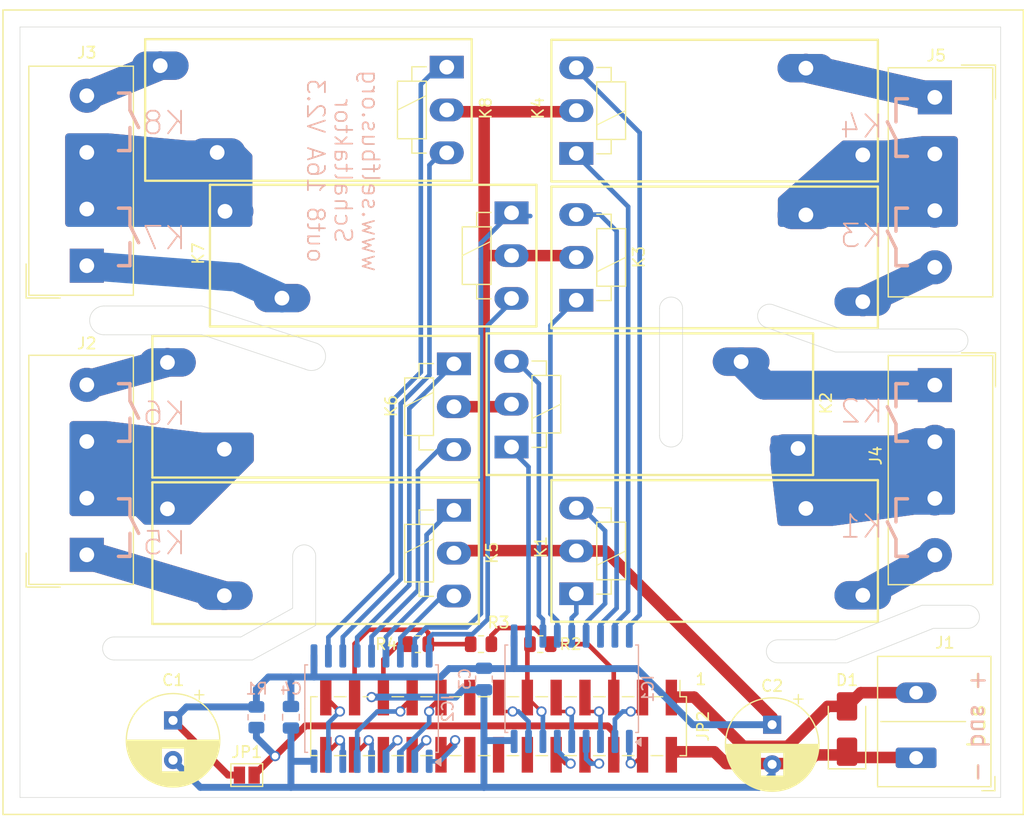
<source format=kicad_pcb>
(kicad_pcb (version 20240108) (generator "pcbnew") (generator_version "8.0")
  (layers (0 "F.Cu" signal) (31 "B.Cu" signal) (34 "B.Paste" user) (35 "F.Paste" user) (36 "B.SilkS" user "B.Silkscreen") (37 "F.SilkS" user "F.Silkscreen") (38 "B.Mask" user) (39 "F.Mask" user) (44 "Edge.Cuts" user))
  (net 0 "")
  (net 1 "GND")
  (net 2 "VDD")
  (net 3 "/O5")
  (net 4 "/O6")
  (net 5 "/O8")
  (net 6 "/O2")
  (net 7 "/O1")
  (net 8 "/O7")
  (net 9 "/O3")
  (net 10 "/O4")
  (net 11 "/IO4")
  (net 12 "/IO3")
  (net 13 "/IO7")
  (net 14 "/IO1")
  (net 15 "/IO2")
  (net 16 "/IO8")
  (net 17 "/IO6")
  (net 18 "/IO5")
  (net 19 "/O13")
  (net 20 "/O14")
  (net 21 "/O16")
  (net 22 "/O15")
  (net 23 "/O9")
  (net 24 "/O10")
  (net 25 "/O11")
  (net 26 "/O12")
  (net 27 "/IO12")
  (net 28 "/IO11")
  (net 29 "/IO10")
  (net 30 "/IO9")
  (net 31 "/IO15")
  (net 32 "/IO16")
  (net 33 "/IO14")
  (net 34 "/IO13")
  (net 35 "/APP_SEL")
  (net 36 "/EIB_DC")
  (net 37 "/+3V3")
  (net 38 "VBUS")
  (net 43 "Net-(J2-Pin_1)")
  (net 44 "Net-(J2-Pin_2)")
  (net 45 "Net-(J2-Pin_4)")
  (net 46 "Net-(J3-Pin_2)")
  (net 47 "Net-(J3-Pin_4)")
  (net 48 "Net-(J3-Pin_1)")
  (net 49 "Net-(J4-Pin_2)")
  (net 50 "Net-(J4-Pin_4)")
  (net 51 "Net-(J4-Pin_1)")
  (net 52 "Net-(J5-Pin_1)")
  (net 53 "Net-(J5-Pin_4)")
  (net 54 "Net-(J5-Pin_2)")
  (footprint "selfbus:HFE20-1-L2" (layer "F.Cu") (at 147.955 107.696)
    (property "Reference" "K2")
    (property "Value" "HFE20-1-024-1HD504")
  )
  (footprint "Capacitor_THT:CP_Radial_D8.0mm_P3.50mm" (layer "F.Cu") (at 118.0986 131.826 -90)
    (property "Reference" "C1")
    (property "Value" "330µF/35V")
  )
  (footprint "Resistor_SMD:R_0805_2012Metric" (layer "F.Cu") (at 139.7 125.095)
    (property "Reference" "R4")
    (property "Value" "33k")
  )
  (footprint "TerminalBlock_Altech:Altech_AK100_1x04_P5.00mm" (layer "F.Cu") (at 110.49 117.21 90)
    (property "Reference" "J2")
    (property "Value" "Conn_01x04_Socket")
  )
  (footprint "Jumper:SolderJumper-2_P1.3mm_Open_Pad1.0x1.5mm" (layer "F.Cu") (at 124.602 136.652 180)
    (property "Reference" "JP1")
    (property "Value" "USE_12V_RELAIS")
  )
  (footprint "TerminalBlock_Altech:Altech_AK100_1x04_P5.00mm" (layer "F.Cu") (at 110.49 91.694 90)
    (property "Reference" "J3")
    (property "Value" "Conn_01x04_Socket")
  )
  (footprint "selfbus:HFE20-1-L2" (layer "F.Cu") (at 147.955 87.025 180)
    (property "Reference" "K7")
    (property "Value" "HFE20-1-024-1HD504")
  )
  (footprint "Resistor_SMD:R_0805_2012Metric" (layer "F.Cu") (at 150.495 125.095)
    (property "Reference" "R2")
    (property "Value" "3k3")
  )
  (footprint "selfbus:HFE20-1-L2" (layer "F.Cu") (at 142.875 113.284 180)
    (property "Reference" "K5")
    (property "Value" "HFE20-1-024-1HD504")
  )
  (footprint "selfbus:HFE20-1-L2" (layer "F.Cu") (at 153.67 120.65)
    (property "Reference" "K1")
    (property "Value" "HFE20-1-024-1HD504")
  )
  (footprint "selfbus:W243-211_1x02_P5.75" (layer "F.Cu") (at 183.642 135.128 90)
    (property "Reference" "J1")
    (property "Value" "Screw_Terminal_01x02")
  )
  (footprint "TerminalBlock_Altech:Altech_AK100_1x04_P5.00mm" (layer "F.Cu") (at 185.293 102.235 -90)
    (property "Reference" "J4")
    (property "Value" "Conn_01x04_Socket")
  )
  (footprint "TerminalBlock_Altech:Altech_AK100_1x04_P5.00mm" (layer "F.Cu") (at 185.293 76.835 -90)
    (property "Reference" "J5")
    (property "Value" "Conn_01x04_Socket")
  )
  (footprint "selfbus:HUT_CNMB_4" (layer "F.Cu") (at 103.0986 69.1261 -90)
    (property "Reference" "U$1" (hide yes))
    (property "Value" "")
    (fp_line (start 1.5 -1.5) (end 69.5 -1.5) (stroke (width 0.05)) (layer "Edge.Cuts"))
    (fp_line (start 69.5 -1.5) (end 69.5 -88) (stroke (width 0.05)) (layer "Edge.Cuts"))
    (fp_line (start 1.5 -88) (end 1.5 -1.5) (stroke (width 0.05)) (layer "Edge.Cuts"))
    (fp_line (start 69.5 -88) (end 1.5 -88) (stroke (width 0.05)) (layer "Edge.Cuts"))
  )
  (footprint "Diode_SMD:D_SMA" (layer "F.Cu") (at 177.546 132.588 90)
    (property "Reference" "D1")
    (property "Value" "SMAJ40CA")
  )
  (footprint "selfbus:HFE20-1-L2" (layer "F.Cu") (at 142.875 100.36 180)
    (property "Reference" "K6")
    (property "Value" "HFE20-1-024-1HD504")
  )
  (footprint "selfbus:HFE20-1-L2" (layer "F.Cu") (at 142.24 74.168 180)
    (property "Reference" "K8")
    (property "Value" "HFE20-1-024-1HD504")
  )
  (footprint "Resistor_SMD:R_0805_2012Metric" (layer "F.Cu") (at 145.2626 125.095)
    (property "Reference" "R3")
    (property "Value" "33k")
  )
  (footprint "selfbus:HFE20-1-L2" (layer "F.Cu") (at 153.67 81.788)
    (property "Reference" "K4")
    (property "Value" "HFE20-1-024-1HD504")
  )
  (footprint "Connector_PinHeader_2.54mm:PinHeader_2x13_P2.54mm_Vertical_SMD" (layer "F.Cu") (at 146.812 132.334 -90)
    (property "Reference" "JP2")
    (property "Value" "Conn_App")
  )
  (footprint "selfbus:HFE20-1-L2" (layer "F.Cu") (at 153.67 94.742)
    (property "Reference" "K3")
    (property "Value" "HFE20-1-024-1HD504")
  )
  (footprint "Capacitor_THT:CP_Radial_D8.0mm_P3.50mm" (layer "F.Cu") (at 170.942 132.205349 -90)
    (property "Reference" "C2")
    (property "Value" "330µF/35V")
  )
  (footprint "Capacitor_SMD:C_0805_2012Metric" (layer "B.Cu") (at 145.5216 128.1736 -90)
    (property "Reference" "C3")
    (property "Value" "100n")
  )
  (footprint "Package_SO:SOIC-18W_7.5x11.6mm_P1.27mm" (layer "B.Cu") (at 135.6106 130.7846 90)
    (property "Reference" "IC2")
    (property "Value" "ULN2803A")
  )
  (footprint "Package_SO:SOIC-18W_7.5x11.6mm_P1.27mm" (layer "B.Cu") (at 153.2636 129.032 90)
    (property "Reference" "IC1")
    (property "Value" "ULN2803A")
  )
  (footprint "Resistor_SMD:R_0805_2012Metric" (layer "B.Cu") (at 125.4506 131.5466 90)
    (property "Reference" "R1")
    (property "Value" "680")
  )
  (footprint "Capacitor_SMD:C_0805_2012Metric" (layer "B.Cu") (at 128.4986 131.5466 -90)
    (property "Reference" "C4")
    (property "Value" "100n")
  )
  (gr_line (start 181.864 80.518) (end 181.102 78.994) (stroke (width 0.3048)) (layer "B.SilkS"))
  (gr_line (start 114.3 79.502) (end 114.3 81.534) (stroke (width 0.3048)) (layer "B.SilkS"))
  (gr_line (start 181.864 86.614) (end 182.88 86.614) (stroke (width 0.3048)) (layer "B.SilkS"))
  (gr_line (start 181.864 78.994) (end 181.864 76.962) (stroke (width 0.3048)) (layer "B.SilkS"))
  (gr_line (start 113.284 86.614) (end 114.3 86.614) (stroke (width 0.3048)) (layer "B.SilkS"))
  (gr_line (start 114.3 88.138) (end 115.062 89.662) (stroke (width 0.3048)) (layer "B.SilkS"))
  (gr_line (start 182.88 91.694) (end 181.864 91.694) (stroke (width 0.3048)) (layer "B.SilkS"))
  (gr_line (start 114.3 89.662) (end 114.3 91.694) (stroke (width 0.3048)) (layer "B.SilkS"))
  (gr_line (start 114.3 86.614) (end 114.3 88.138) (stroke (width 0.3048)) (layer "B.SilkS"))
  (gr_line (start 113.284 112.268) (end 114.3 112.268) (stroke (width 0.3048)) (layer "B.SilkS"))
  (gr_line (start 181.864 107.188) (end 181.864 105.664) (stroke (width 0.3048)) (layer "B.SilkS"))
  (gr_line (start 114.3 115.316) (end 114.3 117.348) (stroke (width 0.3048)) (layer "B.SilkS"))
  (gr_line (start 114.3 112.268) (end 114.3 113.792) (stroke (width 0.3048)) (layer "B.SilkS"))
  (gr_line (start 114.3 102.108) (end 114.3 103.632) (stroke (width 0.3048)) (layer "B.SilkS"))
  (gr_line (start 181.864 105.664) (end 181.102 104.14) (stroke (width 0.3048)) (layer "B.SilkS"))
  (gr_line (start 114.3 113.792) (end 115.062 115.316) (stroke (width 0.3048)) (layer "B.SilkS"))
  (gr_line (start 113.284 102.108) (end 114.3 102.108) (stroke (width 0.3048)) (layer "B.SilkS"))
  (gr_line (start 181.864 82.042) (end 181.864 80.518) (stroke (width 0.3048)) (layer "B.SilkS"))
  (gr_line (start 181.864 88.646) (end 181.864 86.614) (stroke (width 0.3048)) (layer "B.SilkS"))
  (gr_line (start 181.864 114.3) (end 181.864 112.268) (stroke (width 0.3048)) (layer "B.SilkS"))
  (gr_line (start 181.864 91.694) (end 181.864 90.17) (stroke (width 0.3048)) (layer "B.SilkS"))
  (gr_line (start 181.864 112.268) (end 182.88 112.268) (stroke (width 0.3048)) (layer "B.SilkS"))
  (gr_line (start 114.3 76.454) (end 114.3 77.978) (stroke (width 0.3048)) (layer "B.SilkS"))
  (gr_line (start 182.88 117.348) (end 181.864 117.348) (stroke (width 0.3048)) (layer "B.SilkS"))
  (gr_line (start 114.3 107.188) (end 113.284 107.188) (stroke (width 0.3048)) (layer "B.SilkS"))
  (gr_line (start 114.3 91.694) (end 113.284 91.694) (stroke (width 0.3048)) (layer "B.SilkS"))
  (gr_line (start 114.3 117.348) (end 113.284 117.348) (stroke (width 0.3048)) (layer "B.SilkS"))
  (gr_line (start 182.88 107.188) (end 181.864 107.188) (stroke (width 0.3048)) (layer "B.SilkS"))
  (gr_line (start 181.864 104.14) (end 181.864 102.108) (stroke (width 0.3048)) (layer "B.SilkS"))
  (gr_line (start 114.3 77.978) (end 115.062 79.502) (stroke (width 0.3048)) (layer "B.SilkS"))
  (gr_line (start 113.284 76.454) (end 114.3 76.454) (stroke (width 0.3048)) (layer "B.SilkS"))
  (gr_line (start 114.3 103.632) (end 115.062 105.156) (stroke (width 0.3048)) (layer "B.SilkS"))
  (gr_line (start 114.3 81.534) (end 113.284 81.534) (stroke (width 0.3048)) (layer "B.SilkS"))
  (gr_line (start 114.3 105.156) (end 114.3 107.188) (stroke (width 0.3048)) (layer "B.SilkS"))
  (gr_line (start 181.864 76.962) (end 182.88 76.962) (stroke (width 0.3048)) (layer "B.SilkS"))
  (gr_line (start 181.864 90.17) (end 181.102 88.646) (stroke (width 0.3048)) (layer "B.SilkS"))
  (gr_line (start 181.864 102.108) (end 182.88 102.108) (stroke (width 0.3048)) (layer "B.SilkS"))
  (gr_line (start 182.88 82.042) (end 181.864 82.042) (stroke (width 0.3048)) (layer "B.SilkS"))
  (gr_line (start 181.864 115.824) (end 181.102 114.3) (stroke (width 0.3048)) (layer "B.SilkS"))
  (gr_line (start 181.864 117.348) (end 181.864 115.824) (stroke (width 0.3048)) (layer "B.SilkS"))
  (gr_line (start 129.794 100.838) (end 120.65 97.79) (stroke (width 0.05)) (layer "Edge.Cuts"))
  (gr_line (start 171.45 126.746) (end 177.546 126.746) (stroke (width 0.05)) (layer "Edge.Cuts"))
  (gr_line (start 177.546 126.746) (end 185.166 123.698) (stroke (width 0.05)) (layer "Edge.Cuts"))
  (gr_line (start 176.53 99.314) (end 170.4594 97.155) (stroke (width 0.05)) (layer "Edge.Cuts"))
  (gr_arc (start 171.45 126.746) (mid 170.434 125.73) (end 171.45 124.714) (stroke (width 0.05)) (layer "Edge.Cuts"))
  (gr_line (start 184.15 121.666) (end 176.53 124.714) (stroke (width 0.05)) (layer "Edge.Cuts"))
  (gr_line (start 120.65 97.79) (end 112.014 97.79) (stroke (width 0.05)) (layer "Edge.Cuts"))
  (gr_arc (start 112.014 97.79) (mid 110.744 96.52) (end 112.014 95.25) (stroke (width 0.05)) (layer "Edge.Cuts"))
  (gr_line (start 128.651 121.92) (end 128.651 117.348) (stroke (width 0.05)) (layer "Edge.Cuts"))
  (gr_arc (start 163.0426 106.68) (mid 162.0266 107.696) (end 161.0106 106.68) (stroke (width 0.05)) (layer "Edge.Cuts"))
  (gr_line (start 112.014 95.25) (end 120.65 95.25) (stroke (width 0.05)) (layer "Edge.Cuts"))
  (gr_line (start 185.166 123.698) (end 188.214 123.698) (stroke (width 0.05)) (layer "Edge.Cuts"))
  (gr_line (start 125.095 126.492) (end 112.903 126.492) (stroke (width 0.05)) (layer "Edge.Cuts"))
  (gr_line (start 177.038 97.282) (end 170.9674 95.123) (stroke (width 0.05)) (layer "Edge.Cuts"))
  (gr_line (start 176.53 124.714) (end 171.45 124.714) (stroke (width 0.05)) (layer "Edge.Cuts"))
  (gr_line (start 188.214 121.666) (end 184.15 121.666) (stroke (width 0.05)) (layer "Edge.Cuts"))
  (gr_line (start 187.198 97.282) (end 177.038 97.282) (stroke (width 0.05)) (layer "Edge.Cuts"))
  (gr_line (start 120.65 95.25) (end 130.81 98.552) (stroke (width 0.05)) (layer "Edge.Cuts"))
  (gr_line (start 130.683 117.348) (end 130.683 123.444) (stroke (width 0.05)) (layer "Edge.Cuts"))
  (gr_arc (start 188.214 121.666) (mid 189.23 122.682) (end 188.214 123.698) (stroke (width 0.05)) (layer "Edge.Cuts"))
  (gr_line (start 161.0106 95.4786) (end 161.0106 106.68) (stroke (width 0.05)) (layer "Edge.Cuts"))
  (gr_arc (start 130.81 98.552) (mid 131.445 100.203) (end 129.794 100.838) (stroke (width 0.05)) (layer "Edge.Cuts"))
  (gr_line (start 163.0426 106.68) (end 163.0426 95.4786) (stroke (width 0.05)) (layer "Edge.Cuts"))
  (gr_arc (start 112.903 126.492) (mid 111.887 125.476) (end 112.903 124.46) (stroke (width 0.05)) (layer "Edge.Cuts"))
  (gr_arc (start 187.198 97.282) (mid 188.214 98.298) (end 187.198 99.314) (stroke (width 0.05)) (layer "Edge.Cuts"))
  (gr_arc (start 128.651 117.348) (mid 129.667 116.332) (end 130.683 117.348) (stroke (width 0.05)) (layer "Edge.Cuts"))
  (gr_line (start 112.903 124.46) (end 124.079 124.46) (stroke (width 0.05)) (layer "Edge.Cuts"))
  (gr_line (start 187.198 99.314) (end 176.53 99.314) (stroke (width 0.05)) (layer "Edge.Cuts"))
  (gr_line (start 124.079 124.46) (end 128.651 121.92) (stroke (width 0.05)) (layer "Edge.Cuts"))
  (gr_line (start 130.683 123.444) (end 125.095 126.492) (stroke (width 0.05)) (layer "Edge.Cuts"))
  (gr_arc (start 170.4594 97.155) (mid 169.6974 95.885) (end 170.9674 95.123) (stroke (width 0.05)) (layer "Edge.Cuts"))
  (gr_arc (start 161.0106 95.4786) (mid 162.0266 94.4626) (end 163.0426 95.4786) (stroke (width 0.05)) (layer "Edge.Cuts"))
  (gr_text "- bus +" (at 189.23 132.334 -90) (layer "B.SilkS") (effects (font (size 1.5 1.5) (thickness 0.2)) (justify mirror)))
  (gr_text "K3" (at 176.784 87.884 0) (layer "B.SilkS") (effects (font (size 2 2)) (justify right top mirror)))
  (gr_text "K7" (at 119.38 90.424 0) (layer "B.SilkS") (effects (font (size 2 2)) (justify left bottom mirror)))
  (gr_text "www.selfbus.org\nSchaltaktor\nout8 16A V2.3" (at 133.096 83.312 270) (layer "B.SilkS") (effects (font (size 1.5 1.5)) (justify mirror)))
  (gr_text "K6" (at 119.38 105.918 0) (layer "B.SilkS") (effects (font (size 2 2)) (justify left bottom mirror)))
  (gr_text "K4" (at 176.784 78.232 0) (layer "B.SilkS") (effects (font (size 2 2)) (justify right top mirror)))
  (gr_text "K1" (at 176.784 113.538 0) (layer "B.SilkS") (effects (font (size 2 2)) (justify right top mirror)))
  (gr_text "K5" (at 119.38 117.348 0) (layer "B.SilkS") (effects (font (size 2 2)) (justify left bottom mirror)))
  (gr_text "K2" (at 176.784 103.378 0) (layer "B.SilkS") (effects (font (size 2 2)) (justify right top mirror)))
  (gr_text "K8" (at 119.38 80.264 0) (layer "B.SilkS") (effects (font (size 2 2)) (justify left bottom mirror)))
  (gr_text "- bus +" (at 188.976 132.334 90) (layer "F.SilkS") (effects (font (size 1.5 1.5) (thickness 0.2))))
  (gr_text "1" (at 164.084 128.778 0) (layer "F.SilkS") (effects (font (size 1 1)) (justify left bottom)))
  (segment (start 166.878 135.636) (end 170.872651 135.636) (width 1.016) (layer "F.Cu") (net 1))
  (segment (start 170.872651 135.636) (end 170.942 135.705349) (width 1.016) (layer "F.Cu") (net 1))
  (segment (start 178.054 135.096) (end 183.61 135.096) (width 1.016) (layer "F.Cu") (net 1))
  (segment (start 174.752 134.874) (end 177.26 134.874) (width 1.016) (layer "F.Cu") (net 1))
  (segment (start 136.652 129.7686) (end 136.652 126.4412) (width 0.4064) (layer "F.Cu") (net 1))
  (segment (start 136.652 126.4412) (end 137.9982 125.095) (width 0.4064) (layer "F.Cu") (net 1))
  (segment (start 171.011349 135.636) (end 173.99 135.636) (width 1.016) (layer "F.Cu") (net 1))
  (segment (start 162.4076 134.5946) (end 165.8366 134.5946) (width 1.016) (layer "F.Cu") (net 1))
  (segment (start 177.546 134.588) (end 178.054 135.096) (width 1.016) (layer "F.Cu") (net 1))
  (segment (start 183.61 135.096) (end 183.642 135.128) (width 1.016) (layer "F.Cu") (net 1))
  (segment (start 162.1536 134.8486) (end 162.4076 134.5946) (width 1.016) (layer "F.Cu") (net 1))
  (segment (start 170.942 135.705349) (end 171.011349 135.636) (width 1.016) (layer "F.Cu") (net 1))
  (segment (start 135.6106 129.7686) (end 136.652 129.7686) (width 0.4064) (layer "F.Cu") (net 1))
  (segment (start 165.8366 134.5946) (end 166.878 135.636) (width 1.016) (layer "F.Cu") (net 1))
  (segment (start 137.9982 125.095) (end 138.7875 125.095) (width 0.4064) (layer "F.Cu") (net 1))
  (segment (start 173.99 135.636) (end 174.752 134.874) (width 1.016) (layer "F.Cu") (net 1))
  (segment (start 177.26 134.874) (end 177.546 134.588) (width 1.016) (layer "F.Cu") (net 1))
  (via (at 135.6106 129.7686) (size 0.9048) (drill 0.6) (layers "F.Cu" "B.Cu") (net 1))
  (segment (start 130.5306 135.4346) (end 128.6746 135.4346) (width 0.6096) (layer "B.Cu") (net 1))
  (segment (start 120.5062 137.7336) (end 118.0986 135.326) (width 0.6096) (layer "B.Cu") (net 1))
  (segment (start 143.0274 129.7686) (end 135.6106 129.7686) (width 0.6096) (layer "B.Cu") (net 1))
  (segment (start 145.5216 133.0706) (end 145.5216 137.7286) (width 0.6096) (layer "B.Cu") (net 1))
  (segment (start 145.5166 137.7336) (end 145.5216 137.7286) (width 0.6096) (layer "B.Cu") (net 1))
  (segment (start 128.4986 132.4966) (end 128.4986 135.6106) (width 0.6096) (layer "B.Cu") (net 1))
  (segment (start 145.5216 129.1236) (end 143.6724 129.1236) (width 0.6096) (layer "B.Cu") (net 1))
  (segment (start 128.4986 135.6106) (end 128.4986 137.7336) (width 0.6096) (layer "B.Cu") (net 1))
  (segment (start 145.5216 137.7286) (end 145.5266 137.7336) (width 0.6096) (layer "B.Cu") (net 1))
  (segment (start 128.6746 135.4346) (end 128.4986 135.6106) (width 0.6096) (layer "B.Cu") (net 1))
  (segment (start 128.4986 137.7336) (end 145.5166 137.7336) (width 0.6096) (layer "B.Cu") (net 1))
  (segment (start 148.1056 133.604) (end 145.5216 133.604) (width 0.6096) (layer "B.Cu") (net 1))
  (segment (start 169.8096 137.7336) (end 170.942 136.6012) (width 0.6096) (layer "B.Cu") (net 1))
  (segment (start 128.4986 137.7336) (end 120.5062 137.7336) (width 0.6096) (layer "B.Cu") (net 1))
  (segment (start 170.942 136.6012) (end 170.942 135.705349) (width 0.6096) (layer "B.Cu") (net 1))
  (segment (start 145.5216 133.0706) (end 145.5216 129.1236) (width 0.6096) (layer "B.Cu") (net 1))
  (segment (start 145.5266 137.7336) (end 169.8096 137.7336) (width 0.6096) (layer "B.Cu") (net 1))
  (segment (start 143.6724 129.1236) (end 143.0274 129.7686) (width 0.6096) (layer "B.Cu") (net 1))
  (segment (start 145.542 104.14) (end 142.875 104.14) (width 1.016) (layer "F.Cu") (net 2))
  (segment (start 123.952 136.652) (end 122.95 136.652) (width 0.6096) (layer "F.Cu") (net 2))
  (segment (start 156.24 116.87) (end 153.67 116.87) (width 1.016) (layer "F.Cu") (net 2))
  (segment (start 142.905 116.84) (end 145.542 116.84) (width 1.016) (layer "F.Cu") (net 2))
  (segment (start 142.875 116.87) (end 142.875 117.064) (width 1.016) (layer "F.Cu") (net 2))
  (segment (start 147.731 104.14) (end 147.955 103.916) (width 1.016) (layer "F.Cu") (net 2))
  (segment (start 118.124 131.826) (end 118.0986 131.826) (width 0.6096) (layer "F.Cu") (net 2))
  (segment (start 153.67 90.962) (end 153.513 90.805) (width 1.016) (layer "F.Cu") (net 2))
  (segment (start 145.542 78.105) (end 142.397 78.105) (width 1.016) (layer "F.Cu") (net 2))
  (segment (start 142.905 116.84) (end 142.875 116.87) (width 1.016) (layer "F.Cu") (net 2))
  (segment (start 153.513 90.805) (end 145.669 90.805) (width 1.016) (layer "F.Cu") (net 2))
  (segment (start 145.542 91.0891) (end 145.542 104.14) (width 1.016) (layer "F.Cu") (net 2))
  (segment (start 170.942 132.205349) (end 170.942 131.572) (width 1.016) (layer "F.Cu") (net 2))
  (segment (start 145.542 104.14) (end 147.731 104.14) (width 1.016) (layer "F.Cu") (net 2))
  (segment (start 122.95 136.652) (end 118.124 131.826) (width 0.6096) (layer "F.Cu") (net 2))
  (segment (start 153.573 78.105) (end 153.67 78.008) (width 1.016) (layer "F.Cu") (net 2))
  (segment (start 145.542 78.105) (end 153.573 78.105) (width 1.016) (layer "F.Cu") (net 2))
  (segment (start 145.542 91.0891) (end 145.542 78.105) (width 1.016) (layer "F.Cu") (net 2))
  (segment (start 153.67 116.87) (end 153.64 116.84) (width 1.016) (layer "F.Cu") (net 2))
  (segment (start 142.397 78.105) (end 142.24 77.948) (width 1.016) (layer "F.Cu") (net 2))
  (segment (start 145.542 116.84) (end 145.542 104.14) (width 1.016) (layer "F.Cu") (net 2))
  (segment (start 153.64 116.84) (end 142.905 116.84) (width 1.016) (layer "F.Cu") (net 2))
  (segment (start 170.942 131.572) (end 156.24 116.87) (width 1.016) (layer "F.Cu") (net 2))
  (segment (start 126.5174 127.9906) (end 125.4506 129.0574) (width 0.6096) (layer "B.Cu") (net 2))
  (segment (start 159.004 127.254) (end 163.955349 132.205349) (width 0.6096) (layer "B.Cu") (net 2))
  (segment (start 128.4986 130.5966) (end 128.4986 127.9906) (width 0.6096) (layer "B.Cu") (net 2))
  (segment (start 130.5306 127.9906) (end 128.4986 127.9906) (width 0.6096) (layer "B.Cu") (net 2))
  (segment (start 130.5306 127.9906) (end 141.7066 127.9906) (width 0.6096) (layer "B.Cu") (net 2))
  (segment (start 119.2905 130.6341) (end 118.0986 131.826) (width 0.6096) (layer "B.Cu") (net 2))
  (segment (start 148.1836 124.382) (end 148.1836 127.254) (width 0.6096) (layer "B.Cu") (net 2))
  (segment (start 125.4506 129.0574) (end 125.4506 130.6341) (width 0.6096) (layer "B.Cu") (net 2))
  (segment (start 125.4506 130.6341) (end 119.2905 130.6341) (width 0.6096) (layer "B.Cu") (net 2))
  (segment (start 130.5306 126.1346) (end 130.5306 127.9906) (width 0.6096) (layer "B.Cu") (net 2))
  (segment (start 163.955349 132.205349) (end 170.942 132.205349) (width 0.6096) (layer "B.Cu") (net 2))
  (segment (start 128.4986 127.9906) (end 126.5174 127.9906) (width 0.6096) (layer "B.Cu") (net 2))
  (segment (start 142.4432 127.254) (end 159.004 127.254) (width 0.6096) (layer "B.Cu") (net 2))
  (segment (start 141.7066 127.9906) (end 142.4432 127.254) (width 0.6096) (layer "B.Cu") (net 2))
  (segment (start 159.258 122.5296) (end 159.258 79.943) (width 0.4064) (layer "B.Cu") (net 3))
  (segment (start 153.67 74.355) (end 159.258 79.943) (width 0.4096) (layer "B.Cu") (net 3))
  (segment (start 158.3436 123.444) (end 159.258 122.5296) (width 0.4064) (layer "B.Cu") (net 3))
  (segment (start 153.67 74.228) (end 153.67 74.355) (width 0.4096) (layer "B.Cu") (net 3))
  (segment (start 153.67 81.915) (end 153.67 81.788) (width 0.4096) (layer "B.Cu") (net 4))
  (segment (start 158.242 122.174) (end 158.242 86.487) (width 0.4064) (layer "B.Cu") (net 4))
  (segment (start 158.242 86.487) (end 153.67 81.915) (width 0.4096) (layer "B.Cu") (net 4))
  (segment (start 157.0736 123.3424) (end 157.0736 124.382) (width 0.4096) (layer "B.Cu") (net 4))
  (segment (start 158.242 122.174) (end 157.0736 123.3424) (width 0.4096) (layer "B.Cu") (net 4))
  (segment (start 157.226 121.92) (end 157.226 88.646) (width 0.4064) (layer "B.Cu") (net 5))
  (segment (start 155.8036 124.382) (end 155.8036 123.3424) (width 0.4064) (layer "B.Cu") (net 5))
  (segment (start 155.8036 123.3424) (end 157.226 121.92) (width 0.4064) (layer "B.Cu") (net 5))
  (segment (start 155.762 87.182) (end 153.67 87.182) (width 0.4064) (layer "B.Cu") (net 5))
  (segment (start 157.226 88.646) (end 155.762 87.182) (width 0.4064) (layer "B.Cu") (net 5))
  (segment (start 154.5336 123.19) (end 156.21 121.5136) (width 0.4064) (layer "B.Cu") (net 6))
  (segment (start 153.67 113.09) (end 154.2034 113.09) (width 0.4096) (layer "B.Cu") (net 6))
  (segment (start 156.21 121.5136) (end 156.21 115.0966) (width 0.4064) (layer "B.Cu") (net 6))
  (segment (start 154.5336 124.382) (end 154.5336 123.19) (width 0.4064) (layer "B.Cu") (net 6))
  (segment (start 156.21 115.0966) (end 154.2034 113.09) (width 0.4064) (layer "B.Cu") (net 6))
  (segment (start 153.67 122.3772) (end 153.67 120.65) (width 0.4064) (layer "B.Cu") (net 7))
  (segment (start 153.67 122.3772) (end 153.2636 122.7836) (width 0.4064) (layer "B.Cu") (net 7))
  (segment (start 153.2636 122.7836) (end 153.2636 124.382) (width 0.4064) (layer "B.Cu") (net 7))
  (segment (start 151.384 122.428) (end 151.384 96.968) (width 0.4064) (layer "B.Cu") (net 8))
  (segment (start 153.61 94.742) (end 153.67 94.742) (width 0.4064) (layer "B.Cu") (net 8))
  (segment (start 151.9936 124.382) (end 151.9936 123.0376) (width 0.4064) (layer "B.Cu") (net 8))
  (segment (start 151.9936 123.0376) (end 151.384 122.428) (width 0.4064) (layer "B.Cu") (net 8))
  (segment (start 151.384 96.968) (end 153.61 94.742) (width 0.4064) (layer "B.Cu") (net 8))
  (segment (start 150.368 102.108) (end 148.396 100.136) (width 0.4064) (layer "B.Cu") (net 9))
  (segment (start 150.7236 122.9106) (end 150.368 122.555) (width 0.4064) (layer "B.Cu") (net 9))
  (segment (start 150.7236 124.382) (end 150.7236 122.9106) (width 0.4064) (layer "B.Cu") (net 9))
  (segment (start 150.368 122.555) (end 150.368 102.108) (width 0.4064) (layer "B.Cu") (net 9))
  (segment (start 148.396 100.136) (end 147.955 100.136) (width 0.4064) (layer "B.Cu") (net 9))
  (segment (start 149.4536 109.4486) (end 147.8916 107.8866) (width 0.4064) (layer "B.Cu") (net 10))
  (segment (start 149.4536 124.382) (end 149.4536 109.4486) (width 0.4064) (layer "B.Cu") (net 10))
  (segment (start 146.9136 129.7686) (end 146.9136 131.0386) (width 0.3048) (layer "F.Cu") (net 11))
  (segment (start 146.9136 131.0386) (end 148.0566 131.0386) (width 0.3048) (layer "F.Cu") (net 11))
  (via (at 148.0566 131.0386) (size 0.9048) (drill 0.6) (layers "F.Cu" "B.Cu") (net 11))
  (segment (start 148.5646 131.0386) (end 148.0566 131.0386) (width 0.4064) (layer "B.Cu") (net 11))
  (segment (start 149.4536 133.682) (end 149.4536 131.9276) (width 0.4064) (layer "B.Cu") (net 11))
  (segment (start 149.4536 131.9276) (end 148.5646 131.0386) (width 0.4064) (layer "B.Cu") (net 11))
  (segment (start 149.352 129.809) (end 150.5816 131.0386) (width 0.3048) (layer "F.Cu") (net 12))
  (segment (start 149.352 125.3255) (end 149.5825 125.095) (width 0.4064) (layer "F.Cu") (net 12))
  (segment (start 150.5816 131.0386) (end 150.5966 131.0386) (width 0.3048) (layer "F.Cu") (net 12))
  (segment (start 149.352 129.809) (end 149.352 125.3255) (width 0.4064) (layer "F.Cu") (net 12))
  (via (at 150.5966 131.0386) (size 0.9048) (drill 0.6) (layers "F.Cu" "B.Cu") (net 12))
  (segment (start 150.7236 133.682) (end 150.7236 131.1656) (width 0.4064) (layer "B.Cu") (net 12))
  (segment (start 150.7236 131.1656) (end 150.5966 131.0386) (width 0.4064) (layer "B.Cu") (net 12))
  (segment (start 152.669 135.636) (end 151.892 134.859) (width 0.3048) (layer "F.Cu") (net 13))
  (segment (start 153.162 135.636) (end 152.669 135.636) (width 0.3048) (layer "F.Cu") (net 13))
  (via (at 153.162 135.636) (size 0.9048) (drill 0.6) (layers "F.Cu" "B.Cu") (net 13))
  (segment (start 153.162 135.636) (end 151.9936 134.4676) (width 0.4064) (layer "B.Cu") (net 13))
  (segment (start 151.9936 134.4676) (end 151.9936 133.682) (width 0.4064) (layer "B.Cu") (net 13))
  (segment (start 151.9936 129.7686) (end 151.9936 131.0386) (width 0.3048) (layer "F.Cu") (net 14))
  (segment (start 151.9936 131.0386) (end 153.1366 131.0386) (width 0.3048) (layer "F.Cu") (net 14))
  (via (at 153.1366 131.0386) (size 0.9048) (drill 0.6) (layers "F.Cu" "B.Cu") (net 14))
  (segment (start 153.2636 133.682) (end 153.2636 131.1656) (width 0.4064) (layer "B.Cu") (net 14))
  (segment (start 153.2636 131.1656) (end 153.1366 131.0386) (width 0.4064) (layer "B.Cu") (net 14))
  (segment (start 155.209 135.636) (end 154.432 134.859) (width 0.3048) (layer "F.Cu") (net 15))
  (segment (start 155.6766 135.636) (end 155.209 135.636) (width 0.3048) (layer "F.Cu") (net 15))
  (via (at 155.6766 135.636) (size 0.9048) (drill 0.6) (layers "F.Cu" "B.Cu") (net 15))
  (segment (start 154.5336 135.2296) (end 154.5336 133.682) (width 0.4064) (layer "B.Cu") (net 15))
  (segment (start 155.6766 135.636) (end 154.94 135.636) (width 0.4064) (layer "B.Cu") (net 15))
  (segment (start 154.94 135.636) (end 154.5336 135.2296) (width 0.4064) (layer "B.Cu") (net 15))
  (segment (start 154.5336 131.0386) (end 155.6766 131.0386) (width 0.3048) (layer "F.Cu") (net 16))
  (segment (start 154.5336 129.7686) (end 154.5336 131.0386) (width 0.3048) (layer "F.Cu") (net 16))
  (via (at 155.6766 131.0386) (size 0.9048) (drill 0.6) (layers "F.Cu" "B.Cu") (net 16))
  (segment (start 155.8036 133.682) (end 155.8036 131.1656) (width 0.4064) (layer "B.Cu") (net 16))
  (segment (start 155.8036 131.1656) (end 155.6766 131.0386) (width 0.4064) (layer "B.Cu") (net 16))
  (segment (start 159.6136 129.7686) (end 159.6136 131.0386) (width 0.3048) (layer "F.Cu") (net 17))
  (segment (start 159.6136 131.0386) (end 158.4706 131.0386) (width 0.3048) (layer "F.Cu") (net 17))
  (via (at 158.4706 131.0386) (size 0.9048) (drill 0.6) (layers "F.Cu" "B.Cu") (net 17))
  (segment (start 157.7594 131.0386) (end 158.4706 131.0386) (width 0.4064) (layer "B.Cu") (net 17))
  (segment (start 157.0736 131.7244) (end 157.7594 131.0386) (width 0.4064) (layer "B.Cu") (net 17))
  (segment (start 157.0736 133.682) (end 157.0736 131.7244) (width 0.4064) (layer "B.Cu") (net 17))
  (segment (start 159.512 134.859) (end 158.7604 135.6106) (width 0.3048) (layer "F.Cu") (net 18))
  (segment (start 158.7604 135.6106) (end 158.4706 135.6106) (width 0.3048) (layer "F.Cu") (net 18))
  (via (at 158.4706 135.6106) (size 0.9048) (drill 0.6) (layers "F.Cu" "B.Cu") (net 18))
  (segment (start 158.3436 133.682) (end 158.3436 135.4836) (width 0.4064) (layer "B.Cu") (net 18))
  (segment (start 158.3436 135.4836) (end 158.4706 135.6106) (width 0.4064) (layer "B.Cu") (net 18))
  (segment (start 147.955 94.869) (end 145.8536 96.9704) (width 0.4064) (layer "B.Cu") (net 19))
  (segment (start 140.998075 124.2186) (end 140.6906 124.526075) (width 0.4064) (layer "B.Cu") (net 19))
  (segment (start 144.5006 124.2186) (end 140.998075 124.2186) (width 0.4064) (layer "B.Cu") (net 19))
  (segment (start 145.8536 96.9704) (end 145.8536 122.9106) (width 0.4064) (layer "B.Cu") (net 19))
  (segment (start 147.955 94.585) (end 147.955 94.869) (width 0.4064) (layer "B.Cu") (net 19))
  (segment (start 140.6906 124.526075) (end 140.6906 126.1346) (width 0.4064) (layer "B.Cu") (net 19))
  (segment (start 145.8536 122.9106) (end 144.5006 124.2186) (width 0.4064) (layer "B.Cu") (net 19))
  (segment (start 145.2536 122.4026) (end 143.9926 123.6186) (width 0.4064) (layer "B.Cu") (net 20))
  (segment (start 140.4366 123.6186) (end 139.4206 124.6346) (width 0.4064) (layer "B.Cu") (net 20))
  (segment (start 147.6409 87.3091) (end 145.2536 89.6964) (width 0.4064) (layer "B.Cu") (net 20))
  (segment (start 145.2536 89.6964) (end 145.2536 122.4026) (width 0.4064) (layer "B.Cu") (net 20))
  (segment (start 149.6076 87.3091) (end 147.6409 87.3091) (width 0.4064) (layer "B.Cu") (net 20))
  (segment (start 139.4206 124.6346) (end 139.4206 126.1346) (width 0.4064) (layer "B.Cu") (net 20))
  (segment (start 143.9926 123.6186) (end 140.4366 123.6186) (width 0.4064) (layer "B.Cu") (net 20))
  (segment (start 142.875 120.844) (end 141.8492 120.844) (width 0.4064) (layer "B.Cu") (net 21))
  (segment (start 141.8492 120.844) (end 138.1506 124.5426) (width 0.4064) (layer "B.Cu") (net 21))
  (segment (start 138.1506 124.5426) (end 138.1506 125.7554) (width 0.4064) (layer "B.Cu") (net 21))
  (segment (start 140.462 115.443) (end 140.462 120.8692) (width 0.4064) (layer "B.Cu") (net 22))
  (segment (start 140.462 120.8692) (end 136.8806 124.4506) (width 0.4064) (layer "B.Cu") (net 22))
  (segment (start 136.8806 124.4506) (end 136.8806 125.7554) (width 0.4064) (layer "B.Cu") (net 22))
  (segment (start 142.875 113.284) (end 142.621 113.284) (width 0.4064) (layer "B.Cu") (net 22))
  (segment (start 142.621 113.284) (end 140.462 115.443) (width 0.4064) (layer "B.Cu") (net 22))
  (segment (start 139.7 120.3452) (end 139.7 109.7765) (width 0.4064) (layer "B.Cu") (net 23))
  (segment (start 139.7 109.7765) (end 141.5565 107.92) (width 0.4064) (layer "B.Cu") (net 23))
  (segment (start 141.5565 107.92) (end 142.875 107.92) (width 0.4064) (layer "B.Cu") (net 23))
  (segment (start 135.6106 124.4346) (end 139.7 120.3452) (width 0.4064) (layer "B.Cu") (net 23))
  (segment (start 135.6106 126.1346) (end 135.6106 124.4346) (width 0.4064) (layer "B.Cu") (net 23))
  (segment (start 142.875 100.36) (end 138.938 104.297) (width 0.4064) (layer "B.Cu") (net 24))
  (segment (start 142.875 100.36) (end 141.702 100.36) (width 0.4064) (layer "B.Cu") (net 24))
  (segment (start 138.938 104.297) (end 138.938 119.891816) (width 0.4064) (layer "B.Cu") (net 24))
  (segment (start 138.938 119.891816) (end 134.3406 124.489216) (width 0.4064) (layer "B.Cu") (net 24))
  (segment (start 134.3406 124.489216) (end 134.3406 126.1346) (width 0.4064) (layer "B.Cu") (net 24))
  (segment (start 140.716 101.346) (end 138.176 103.886) (width 0.4064) (layer "B.Cu") (net 25))
  (segment (start 142.24 81.728) (end 141.792 81.728) (width 0.4064) (layer "B.Cu") (net 25))
  (segment (start 138.176 119.363657) (end 133.0706 124.469057) (width 0.4064) (layer "B.Cu") (net 25))
  (segment (start 138.176 103.886) (end 138.176 119.363657) (width 0.4064) (layer "B.Cu") (net 25))
  (segment (start 141.792 81.728) (end 140.716 82.804) (width 0.4064) (layer "B.Cu") (net 25))
  (segment (start 133.0706 124.469057) (end 133.0706 126.1346) (width 0.4064) (layer "B.Cu") (net 25))
  (segment (start 140.716 82.804) (end 140.716 101.346) (width 0.4064) (layer "B.Cu") (net 25))
  (segment (start 137.414 103.632) (end 137.414 118.867307) (width 0.4064) (layer "B.Cu") (net 26))
  (segment (start 141.478 74.168) (end 139.954 75.692) (width 0.4064) (layer "B.Cu") (net 26))
  (segment (start 142.24 74.168) (end 141.478 74.168) (width 0.4064) (layer "B.Cu") (net 26))
  (segment (start 139.954 75.692) (end 139.954 101.092) (width 0.4064) (layer "B.Cu") (net 26))
  (segment (start 137.414 118.867307) (end 131.8006 124.480707) (width 0.4064) (layer "B.Cu") (net 26))
  (segment (start 131.8006 124.480707) (end 131.8006 126.1346) (width 0.4064) (layer "B.Cu") (net 26))
  (segment (start 139.954 101.092) (end 137.414 103.632) (width 0.4064) (layer "B.Cu") (net 26))
  (segment (start 131.572 129.809) (end 132.8016 131.0386) (width 0.4064) (layer "F.Cu") (net 27))
  (segment (start 131.6124 129.7686) (end 131.572 129.809) (width 0.4064) (layer "F.Cu") (net 27))
  (segment (start 132.8016 131.0386) (end 132.8166 131.0386) (width 0.4064) (layer "F.Cu") (net 27))
  (via (at 132.8166 131.0386) (size 0.9048) (drill 0.6) (layers "F.Cu" "B.Cu") (net 27))
  (segment (start 131.8006 132.0546) (end 131.8006 135.4346) (width 0.4064) (layer "B.Cu") (net 27))
  (segment (start 132.8166 131.0386) (end 131.8006 132.0546) (width 0.4064) (layer "B.Cu") (net 27))
  (segment (start 131.6736 134.8486) (end 131.6632 134.859) (width 0.4064) (layer "F.Cu") (net 28))
  (segment (start 131.572 134.8232) (end 132.8166 133.5786) (width 0.4064) (layer "F.Cu") (net 28))
  (via (at 132.8166 133.5786) (size 0.9048) (drill 0.6) (layers "F.Cu" "B.Cu") (net 28))
  (segment (start 132.8166 133.5786) (end 133.0706 133.8326) (width 0.4064) (layer "B.Cu") (net 28))
  (segment (start 133.0706 133.8326) (end 133.0706 135.4346) (width 0.4064) (layer "B.Cu") (net 28))
  (segment (start 138.1506 131.0386) (end 138.1506 130.9116) (width 0.4064) (layer "F.Cu") (net 29))
  (segment (start 138.1506 130.9116) (end 139.2936 129.7686) (width 0.4064) (layer "F.Cu") (net 29))
  (via (at 138.1506 131.0386) (size 0.9048) (drill 0.6) (layers "F.Cu" "B.Cu") (net 29))
  (segment (start 134.3406 135.8138) (end 134.3406 132.8166) (width 0.4064) (layer "B.Cu") (net 29))
  (segment (start 134.3406 132.8166) (end 136.1186 131.0386) (width 0.4064) (layer "B.Cu") (net 29))
  (segment (start 136.1186 131.0386) (end 138.1506 131.0386) (width 0.4064) (layer "B.Cu") (net 29))
  (segment (start 134.112 134.859) (end 135.3566 133.6144) (width 0.4064) (layer "F.Cu") (net 30))
  (segment (start 135.3566 133.6144) (end 135.3566 133.5786) (width 0.4064) (layer "F.Cu") (net 30))
  (via (at 135.3566 133.5786) (size 0.9048) (drill 0.6) (layers "F.Cu" "B.Cu") (net 30))
  (segment (start 135.6106 133.8326) (end 135.6106 135.4346) (width 0.4064) (layer "B.Cu") (net 30))
  (segment (start 135.3566 133.5786) (end 135.6106 133.8326) (width 0.4064) (layer "B.Cu") (net 30))
  (segment (start 136.652 134.859) (end 137.8966 133.6144) (width 0.4064) (layer "F.Cu") (net 31))
  (segment (start 137.8966 133.6144) (end 137.8966 133.5786) (width 0.4064) (layer "F.Cu") (net 31))
  (via (at 137.8966 133.5786) (size 0.9048) (drill 0.6) (layers "F.Cu" "B.Cu") (net 31))
  (segment (start 137.8966 133.5786) (end 136.8806 134.5946) (width 0.4064) (layer "B.Cu") (net 31))
  (segment (start 136.8806 134.5946) (end 136.8806 135.4346) (width 0.4064) (layer "B.Cu") (net 31))
  (segment (start 140.6906 130.8504) (end 141.732 129.809) (width 0.4064) (layer "F.Cu") (net 32))
  (segment (start 140.6906 131.0386) (end 140.6906 130.8504) (width 0.4064) (layer "F.Cu") (net 32))
  (via (at 140.6906 131.0386) (size 0.9048) (drill 0.6) (layers "F.Cu" "B.Cu") (net 32))
  (segment (start 140.6906 132.0546) (end 140.6906 131.0386) (width 0.4064) (layer "B.Cu") (net 32))
  (segment (start 138.1506 135.4346) (end 138.1506 134.5946) (width 0.4064) (layer "B.Cu") (net 32))
  (segment (start 138.1506 134.5946) (end 140.6906 132.0546) (width 0.4064) (layer "B.Cu") (net 32))
  (segment (start 140.4366 133.6144) (end 140.4366 133.5786) (width 0.4064) (layer "F.Cu") (net 33))
  (segment (start 139.192 134.859) (end 140.4366 133.6144) (width 0.4064) (layer "F.Cu") (net 33))
  (via (at 140.4366 133.5786) (size 0.9048) (drill 0.6) (layers "F.Cu" "B.Cu") (net 33))
  (segment (start 139.4206 134.5946) (end 139.4206 135.4346) (width 0.4064) (layer "B.Cu") (net 33))
  (segment (start 140.4366 133.5786) (end 139.4206 134.5946) (width 0.4064) (layer "B.Cu") (net 33))
  (segment (start 142.9766 133.5786) (end 142.9766 133.6144) (width 0.4064) (layer "F.Cu") (net 34))
  (segment (start 142.9766 133.6144) (end 141.732 134.859) (width 0.4064) (layer "F.Cu") (net 34))
  (via (at 142.9766 133.5786) (size 0.9048) (drill 0.6) (layers "F.Cu" "B.Cu") (net 34))
  (segment (start 142.9766 134.0866) (end 141.6286 135.4346) (width 0.4064) (layer "B.Cu") (net 34))
  (segment (start 141.6286 135.4346) (end 140.6906 135.4346) (width 0.4064) (layer "B.Cu") (net 34))
  (segment (start 142.9766 133.5786) (end 142.9766 134.0866) (width 0.4064) (layer "B.Cu") (net 34))
  (segment (start 140.335 123.825) (end 140.6125 124.1025) (width 0.4064) (layer "F.Cu") (net 35))
  (segment (start 135.3566 123.825) (end 140.335 123.825) (width 0.4064) (layer "F.Cu") (net 35))
  (segment (start 134.112 129.809) (end 134.112 125.0696) (width 0.4064) (layer "F.Cu") (net 35))
  (segment (start 134.112 125.0696) (end 135.3566 123.825) (width 0.4064) (layer "F.Cu") (net 35))
  (segment (start 140.6125 124.1025) (end 140.6125 125.095) (width 0.4064) (layer "F.Cu") (net 35))
  (segment (start 140.6125 125.095) (end 144.3501 125.095) (width 0.4064) (layer "F.Cu") (net 35))
  (segment (start 126.9284 134.9756) (end 125.252 136.652) (width 0.6096) (layer "F.Cu") (net 36))
  (segment (start 129.7686 132.3086) (end 156.4386 132.3086) (width 0.6096) (layer "F.Cu") (net 36))
  (segment (start 156.4386 132.3086) (end 156.972 132.842) (width 0.6096) (layer "F.Cu") (net 36))
  (segment (start 156.972 134.859) (end 157.0736 134.9606) (width 0.8128) (layer "F.Cu") (net 36))
  (segment (start 156.972 132.842) (end 156.972 134.859) (width 0.6096) (layer "F.Cu") (net 36))
  (segment (start 127.1016 134.9756) (end 126.9284 134.9756) (width 0.6096) (layer "F.Cu") (net 36))
  (segment (start 157.0736 134.9606) (end 157.0736 135.4836) (width 0.8128) (layer "F.Cu") (net 36))
  (segment (start 127.1016 134.9756) (end 129.7686 132.3086) (width 0.6096) (layer "F.Cu") (net 36))
  (via (at 127.1016 134.9756) (size 0.9048) (drill 0.6) (layers "F.Cu" "B.Cu") (net 36))
  (segment (start 125.4506 133.3246) (end 125.4506 132.4591) (width 0.6096) (layer "B.Cu") (net 36))
  (segment (start 127.1016 134.9756) (end 125.4506 133.3246) (width 0.6096) (layer "B.Cu") (net 36))
  (segment (start 151.4075 125.095) (end 154.686 125.095) (width 0.4064) (layer "F.Cu") (net 37))
  (segment (start 149.9851 123.6726) (end 146.8374 123.6726) (width 0.4064) (layer "F.Cu") (net 37))
  (segment (start 151.4075 125.095) (end 149.9851 123.6726) (width 0.4064) (layer "F.Cu") (net 37))
  (segment (start 156.972 127.381) (end 156.972 129.809) (width 0.4064) (layer "F.Cu") (net 37))
  (segment (start 146.1751 124.3349) (end 146.1751 125.095) (width 0.4064) (layer "F.Cu") (net 37))
  (segment (start 146.8374 123.6726) (end 146.1751 124.3349) (width 0.4064) (layer "F.Cu") (net 37))
  (segment (start 154.686 125.095) (end 156.972 127.381) (width 0.4064) (layer "F.Cu") (net 37))
  (segment (start 178.756 129.378) (end 183.642 129.378) (width 1.016) (layer "F.Cu") (net 38))
  (segment (start 172.3136 134.112) (end 175.8376 130.588) (width 1.016) (layer "F.Cu") (net 38))
  (segment (start 177.546 130.588) (end 178.756 129.378) (width 1.016) (layer "F.Cu") (net 38))
  (segment (start 162.1536 129.7686) (end 164.0586 129.7686) (width 1.016) (layer "F.Cu") (net 38))
  (segment (start 175.8376 130.588) (end 177.546 130.588) (width 1.016) (layer "F.Cu") (net 38))
  (segment (start 164.0586 129.7686) (end 168.402 134.112) (width 1.016) (layer "F.Cu") (net 38))
  (segment (start 168.402 134.112) (end 172.3136 134.112) (width 1.016) (layer "F.Cu") (net 38))
  (segment (start 122.625 120.814) (end 110.49 117.21) (width 2.54) (layer "F.Cu") (net 43))
  (segment (start 122.625 120.814) (end 110.49 117.21) (width 2.54) (layer "B.Cu") (net 43))
  (segment (start 117.605 100.23) (end 110.49 102.21) (width 2.54) (layer "F.Cu") (net 45))
  (segment (start 117.605 100.23) (end 110.49 102.21) (width 2.54) (layer "B.Cu") (net 45))
  (segment (start 110.49 76.694) (end 116.97 74.038) (width 2.54) (layer "F.Cu") (net 47))
  (segment (start 110.49 76.694) (end 116.97 74.038) (width 2.54) (layer "B.Cu") (net 47))
  (segment (start 110.49 91.694) (end 123.698 92.71) (width 2.54) (layer "B.Cu") (net 48))
  (segment (start 123.698 92.71) (end 127.705 94.555) (width 2.54) (layer "B.Cu") (net 48))
  (segment (start 178.94 120.78) (end 185.293 117.235) (width 2.54) (layer "F.Cu") (net 50))
  (segment (start 178.94 120.78) (end 185.293 117.235) (width 2.54) (layer "B.Cu") (net 50))
  (segment (start 170.274 102.235) (end 185.293 102.235) (width 2.54) (layer "F.Cu") (net 51))
  (segment (start 168.205 100.166) (end 170.274 102.235) (width 2.54) (layer "F.Cu") (net 51))
  (segment (start 170.274 102.235) (end 185.293 102.235) (width 2.54) (layer "B.Cu") (net 51))
  (segment (start 168.205 100.166) (end 170.274 102.235) (width 2.54) (layer "B.Cu") (net 51))
  (segment (start 185.293 76.835) (end 173.92 74.258) (width 2.54) (layer "F.Cu") (net 52))
  (segment (start 185.293 76.835) (end 173.92 74.258) (width 2.54) (layer "B.Cu") (net 52))
  (segment (start 178.94 94.872) (end 179 94.812) (width 2.54) (layer "F.Cu") (net 53))
  (segment (start 178.94 94.872) (end 185.293 91.835) (width 2.54) (layer "F.Cu") (net 53))
  (segment (start 178.94 94.872) (end 179 94.812) (width 2.54) (layer "B.Cu") (net 53))
  (segment (start 178.94 94.872) (end 185.293 91.835) (width 2.54) (layer "B.Cu") (net 53))
  (zone (net 44) (net_name "Net-(J2-Pin_2)") (layers "F&B.Cu") (priority 6) (connect_pads yes (clearance 0.1)) (min_thickness 0.635) (fill yes (thermal_gap 635) (thermal_bridge_width 0.635))
    (polygon (pts (xy 125.222 108.966) (xy 119.634 114.554) (xy 115.57 114.554) (xy 114.808 113.792) (xy 112.268 113.792) (xy 108.966 113.792) (xy 108.966 105.41) (xy 112.268 105.41) (xy 120.65 106.426) (xy 125.222 106.426)))
  )
  (zone (net 49) (net_name "Net-(J4-Pin_2)") (layers "F&B.Cu") (priority 6) (connect_pads yes (clearance 0.1)) (min_thickness 0.635) (fill yes (thermal_gap 0.635) (thermal_bridge_width 0.635))
    (polygon (pts (xy 187.071 113.665) (xy 183.515 113.665) (xy 176.280567 114.6556) (xy 171.45 114.6556) (xy 170.815 109.22) (xy 170.815 106.68) (xy 181.61 106.68) (xy 183.515 106.045) (xy 187.071 106.045)))
  )
  (zone (net 46) (net_name "Net-(J3-Pin_2)") (layers "F&B.Cu") (priority 6) (connect_pads yes (clearance 0.1)) (min_thickness 0.635) (fill yes (thermal_gap 0.635) (thermal_bridge_width 0.635))
    (polygon (pts (xy 123.825 80.645) (xy 125.095 81.915) (xy 125.095 88.265) (xy 108.585 88.265) (xy 108.585 80.01) (xy 112.395 80.01) (xy 119.38 80.645)))
  )
  (zone (net 54) (net_name "Net-(J5-Pin_2)") (layers "F&B.Cu") (priority 6) (connect_pads yes (clearance 0.1)) (min_thickness 0.635) (fill yes (thermal_gap 0.635) (thermal_bridge_width 0.635))
    (polygon (pts (xy 184.15 80.264) (xy 187.325 80.264) (xy 187.325 88.265) (xy 171.45 88.265) (xy 171.45 85.725) (xy 177.165 80.645) (xy 180.975 80.645)))
  )
)
</source>
